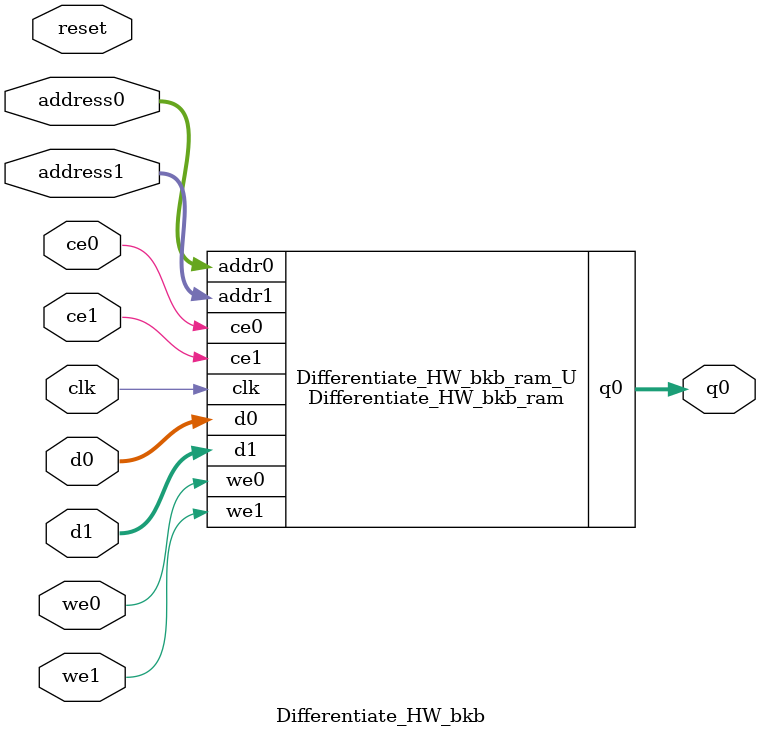
<source format=v>

`timescale 1 ns / 1 ps
module Differentiate_HW_bkb_ram (addr0, ce0, d0, we0, q0, addr1, ce1, d1, we1,  clk);

parameter DWIDTH = 8;
parameter AWIDTH = 9;
parameter MEM_SIZE = 474;

input[AWIDTH-1:0] addr0;
input ce0;
input[DWIDTH-1:0] d0;
input we0;
output reg[DWIDTH-1:0] q0;
input[AWIDTH-1:0] addr1;
input ce1;
input[DWIDTH-1:0] d1;
input we1;
input clk;

(* ram_style = "block" *)reg [DWIDTH-1:0] ram[0:MEM_SIZE-1];




always @(posedge clk)  
begin 
    if (ce0) 
    begin
        if (we0) 
        begin 
            ram[addr0] <= d0; 
            q0 <= d0;
        end 
        else 
            q0 <= ram[addr0];
    end
end


always @(posedge clk)  
begin 
    if (ce1) 
    begin
        if (we1) 
        begin 
            ram[addr1] <= d1; 
        end 
    end
end


endmodule


`timescale 1 ns / 1 ps
module Differentiate_HW_bkb(
    reset,
    clk,
    address0,
    ce0,
    we0,
    d0,
    q0,
    address1,
    ce1,
    we1,
    d1);

parameter DataWidth = 32'd8;
parameter AddressRange = 32'd474;
parameter AddressWidth = 32'd9;
input reset;
input clk;
input[AddressWidth - 1:0] address0;
input ce0;
input we0;
input[DataWidth - 1:0] d0;
output[DataWidth - 1:0] q0;
input[AddressWidth - 1:0] address1;
input ce1;
input we1;
input[DataWidth - 1:0] d1;



Differentiate_HW_bkb_ram Differentiate_HW_bkb_ram_U(
    .clk( clk ),
    .addr0( address0 ),
    .ce0( ce0 ),
    .d0( d0 ),
    .we0( we0 ),
    .q0( q0 ),
    .addr1( address1 ),
    .ce1( ce1 ),
    .d1( d1 ),
    .we1( we1 ));

endmodule


</source>
